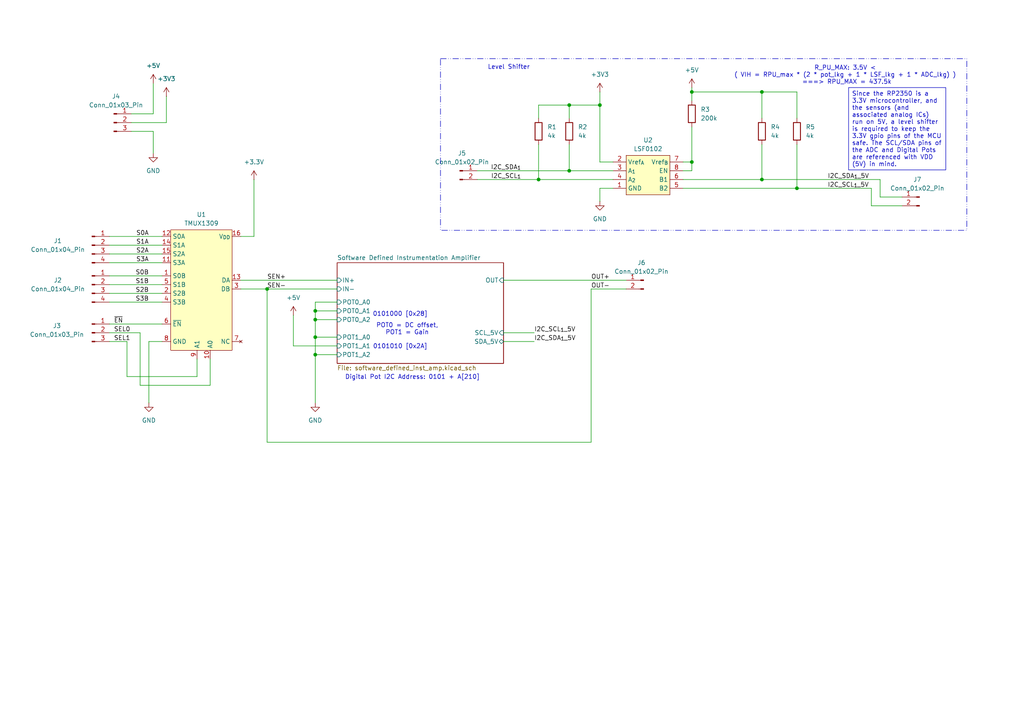
<source format=kicad_sch>
(kicad_sch (version 20250114) (generator "eeschema") (generator_version "9.0")
  (paper "A4")
  (lib_symbols
    (symbol "Connector:Conn_01x02_Pin" (pin_names (offset 1.016) (hide yes))
      (property "Reference" "J" (at 0 2.54 0))
      (property "Value" "Conn_01x02_Pin" (at 0 -5.08 0))
      (symbol "Conn_01x02_Pin_1_1"
        (rectangle (start 0.8636 0.127) (end 0 -0.127) (stroke (width 0.1524)) (fill (type outline)))
        (rectangle (start 0.8636 -2.413) (end 0 -2.667) (stroke (width 0.1524)) (fill (type outline)))
        (polyline (pts (xy 1.27 0) (xy 0.8636 0)) (stroke (width 0.1524)))
        (polyline (pts (xy 1.27 -2.54) (xy 0.8636 -2.54)) (stroke (width 0.1524)))
        (pin passive line (at 5.08 0 180) (length 3.81) (name "Pin_1") (number "1"))
        (pin passive line (at 5.08 -2.54 180) (length 3.81) (name "Pin_2") (number "2"))
      )
    )
    (symbol "Connector:Conn_01x03_Pin" (pin_names (offset 1.016) (hide yes))
      (property "Reference" "J" (at 0 5.08 0))
      (property "Value" "Conn_01x03_Pin" (at 0 -5.08 0))
      (symbol "Conn_01x03_Pin_1_1"
        (rectangle (start 0.8636 2.667) (end 0 2.413) (stroke (width 0.1524)) (fill (type outline)))
        (rectangle (start 0.8636 0.127) (end 0 -0.127) (stroke (width 0.1524)) (fill (type outline)))
        (rectangle (start 0.8636 -2.413) (end 0 -2.667) (stroke (width 0.1524)) (fill (type outline)))
        (polyline (pts (xy 1.27 2.54) (xy 0.8636 2.54)) (stroke (width 0.1524)))
        (polyline (pts (xy 1.27 0) (xy 0.8636 0)) (stroke (width 0.1524)))
        (polyline (pts (xy 1.27 -2.54) (xy 0.8636 -2.54)) (stroke (width 0.1524)))
        (pin passive line (at 5.08 2.54 180) (length 3.81) (name "Pin_1") (number "1"))
        (pin passive line (at 5.08 0 180) (length 3.81) (name "Pin_2") (number "2"))
        (pin passive line (at 5.08 -2.54 180) (length 3.81) (name "Pin_3") (number "3"))
      )
    )
    (symbol "Connector:Conn_01x04_Pin" (pin_names (offset 1.016) (hide yes))
      (property "Reference" "J" (at 0 5.08 0))
      (property "Value" "Conn_01x04_Pin" (at 0 -7.62 0))
      (symbol "Conn_01x04_Pin_1_1"
        (rectangle (start 0.8636 2.667) (end 0 2.413) (stroke (width 0.1524)) (fill (type outline)))
        (rectangle (start 0.8636 0.127) (end 0 -0.127) (stroke (width 0.1524)) (fill (type outline)))
        (rectangle (start 0.8636 -2.413) (end 0 -2.667) (stroke (width 0.1524)) (fill (type outline)))
        (rectangle (start 0.8636 -4.953) (end 0 -5.207) (stroke (width 0.1524)) (fill (type outline)))
        (polyline (pts (xy 1.27 2.54) (xy 0.8636 2.54)) (stroke (width 0.1524)))
        (polyline (pts (xy 1.27 0) (xy 0.8636 0)) (stroke (width 0.1524)))
        (polyline (pts (xy 1.27 -2.54) (xy 0.8636 -2.54)) (stroke (width 0.1524)))
        (polyline (pts (xy 1.27 -5.08) (xy 0.8636 -5.08)) (stroke (width 0.1524)))
        (pin passive line (at 5.08 2.54 180) (length 3.81) (name "Pin_1") (number "1"))
        (pin passive line (at 5.08 0 180) (length 3.81) (name "Pin_2") (number "2"))
        (pin passive line (at 5.08 -2.54 180) (length 3.81) (name "Pin_3") (number "3"))
        (pin passive line (at 5.08 -5.08 180) (length 3.81) (name "Pin_4") (number "4"))
      )
    )
    (symbol "Device:R" (pin_numbers (hide yes)) (pin_names (offset 0))
      (property "Reference" "R" (at 2.032 0 90))
      (property "Value" "R" (at 0 0 90))
      (symbol "R_0_1"
        (rectangle (start -1.016 -2.54) (end 1.016 2.54) (stroke (width 0.254)))
      )
      (symbol "R_1_1"
        (pin passive line (at 0 3.81 270) (length 1.27) (name "~") (number "1"))
        (pin passive line (at 0 -3.81 90) (length 1.27) (name "~") (number "2"))
      )
    )
    (symbol "LoRaWaterQualityManagementSystem:LSF01012"
      (property "Reference" "U" (at 0 8.89 0))
      (property "Value" "LSF0102" (at 0 6.858 0))
      (symbol "LSF01012_1_1"
        (rectangle (start -6.35 5.715) (end 6.35 -5.715) (fill (type background)))
        (pin input line (at -10.16 3.81 0) (length 3.81) (name "Vref_{A}") (number "2"))
        (pin bidirectional line (at -10.16 1.27 0) (length 3.81) (name "A_{1}") (number "3"))
        (pin bidirectional line (at -10.16 -1.27 0) (length 3.81) (name "A_{2}") (number "4"))
        (pin power_in line (at -10.16 -3.81 0) (length 3.81) (name "GND") (number "1"))
        (pin input line (at 10.16 3.81 180) (length 3.81) (name "Vref_{B}") (number "7"))
        (pin input line (at 10.16 1.27 180) (length 3.81) (name "EN") (number "8"))
        (pin bidirectional line (at 10.16 -1.27 180) (length 3.81) (name "B1") (number "6"))
        (pin bidirectional line (at 10.16 -3.81 180) (length 3.81) (name "B2") (number "5"))
      )
    )
    (symbol "LoRaWaterQualityManagementSystem:TMUX1309"
      (property "Reference" "U" (at -0.254 13.716 0))
      (property "Value" "TMUX1309" (at 0 11.43 0))
      (symbol "TMUX1309_1_1"
        (rectangle (start -8.89 9.525) (end 8.89 -25.4) (fill (type background)))
        (pin bidirectional line (at -11.43 7.62 0) (length 2.54) (name "S0A") (number "12"))
        (pin bidirectional line (at -11.43 5.08 0) (length 2.54) (name "S1A") (number "14"))
        (pin bidirectional line (at -11.43 2.54 0) (length 2.54) (name "S2A") (number "15"))
        (pin bidirectional line (at -11.43 0 0) (length 2.54) (name "S3A") (number "11"))
        (pin bidirectional line (at -11.43 -3.81 0) (length 2.54) (name "S0B") (number "1"))
        (pin bidirectional line (at -11.43 -6.35 0) (length 2.54) (name "S1B") (number "5"))
        (pin bidirectional line (at -11.43 -8.89 0) (length 2.54) (name "S2B") (number "2"))
        (pin bidirectional line (at -11.43 -11.43 0) (length 2.54) (name "S3B") (number "4"))
        (pin input line (at -11.43 -17.78 0) (length 2.54) (name "~{EN}") (number "6"))
        (pin power_in line (at -11.43 -22.86 0) (length 2.54) (name "GND") (number "8"))
        (pin input line (at -1.27 -27.94 90) (length 2.54) (name "A1") (number "9"))
        (pin input line (at 2.54 -27.94 90) (length 2.54) (name "A0") (number "10"))
        (pin power_in line (at 11.43 7.62 180) (length 2.54) (name "V_{DD}") (number "16"))
        (pin bidirectional line (at 11.43 -5.08 180) (length 2.54) (name "DA") (number "13"))
        (pin bidirectional line (at 11.43 -7.62 180) (length 2.54) (name "DB") (number "3"))
        (pin no_connect line (at 11.43 -22.86 180) (length 2.54) (name "NC") (number "7"))
      )
    )
    (symbol "power:+3.3V" (power) (pin_numbers (hide yes)) (pin_names (offset 0) (hide yes))
      (property "Value" "+3.3V" (at 0 3.556 0))
      (symbol "+3.3V_0_1"
        (polyline (pts (xy -0.762 1.27) (xy 0 2.54)))
        (polyline (pts (xy 0 2.54) (xy 0.762 1.27)))
        (polyline (pts (xy 0 0) (xy 0 2.54)))
      )
      (symbol "+3.3V_1_1"
        (pin power_in line (at 0 0 90) (length 0) (name "~") (number "1"))
      )
    )
    (symbol "power:+3V3" (power) (pin_numbers (hide yes)) (pin_names (offset 0) (hide yes))
      (property "Value" "+3V3" (at 0 3.556 0))
      (symbol "+3V3_0_1"
        (polyline (pts (xy -0.762 1.27) (xy 0 2.54)))
        (polyline (pts (xy 0 2.54) (xy 0.762 1.27)))
        (polyline (pts (xy 0 0) (xy 0 2.54)))
      )
      (symbol "+3V3_1_1"
        (pin power_in line (at 0 0 90) (length 0) (name "~") (number "1"))
      )
    )
    (symbol "power:+5V" (power) (pin_numbers (hide yes)) (pin_names (offset 0) (hide yes))
      (property "Value" "+5V" (at 0 3.556 0))
      (symbol "+5V_0_1"
        (polyline (pts (xy -0.762 1.27) (xy 0 2.54)))
        (polyline (pts (xy 0 2.54) (xy 0.762 1.27)))
        (polyline (pts (xy 0 0) (xy 0 2.54)))
      )
      (symbol "+5V_1_1"
        (pin power_in line (at 0 0 90) (length 0) (name "~") (number "1"))
      )
    )
    (symbol "power:GND" (power) (pin_numbers (hide yes)) (pin_names (offset 0) (hide yes))
      (property "Value" "GND" (at 0 -3.81 0))
      (symbol "GND_0_1"
        (polyline (pts (xy 0 0) (xy 0 -1.27) (xy 1.27 -1.27) (xy 0 -2.54) (xy -1.27 -1.27) (xy 0 -1.27)))
      )
      (symbol "GND_1_1"
        (pin power_in line (at 0 0 270) (length 0) (name "~") (number "1"))
      )
    )
  )
  (rectangle (start 127.762 17.018) (end 280.416 66.802) (stroke (width 0) (type dash_dot_dot)))
  (text "0101000 [0x28]" (at 116.078 91.186 0) (effects (font (size 1.27 1.27))))
  (text "Digital Pot I2C Address: 0101 + A[210]" (at 119.634 109.474 0) (effects (font (size 1.27 1.27))))
  (text "R_PU_MAX: 3.5V < \n( VIH = RPU_max * (2 * pot_lkg + 1 * LSF_lkg + 1 * ADC_lkg) ) \n===> RPU_MAX = 437.5k" (at 245.618 21.844 0) (effects (font (size 1.27 1.27))))
  (text "Level Shifter" (at 147.574 19.558 0) (effects (font (size 1.27 1.27))))
  (text "0101010 [0x2A]" (at 116.078 100.584 0) (effects (font (size 1.27 1.27))))
  (text "POT0 = DC offset,\nPOT1 = Gain" (at 118.11 95.504 0) (effects (font (size 1.27 1.27))))
  (text_box "Since the RP2350 is a 3.3V microcontroller, and the sensors (and associated analog ICs) run on 5V, a level shifter is required to keep the 3.3V gpio pins of the MCU safe. The SCL/SDA pins of the ADC and Digital Pots are referenced with VDD (5V) in mind." (at 246.126 25.4 0) (size 28.194 23.876) (margins 0.9525 0.9525 0.9525 0.9525) (effects (font (size 1.27 1.27)) (justify left top)))
  (junction (at 77.47 83.82))
  (junction (at 200.66 26.67))
  (junction (at 165.1 30.48))
  (junction (at 91.44 90.17))
  (junction (at 156.21 52.07))
  (junction (at 91.44 92.71))
  (junction (at 165.1 49.53))
  (junction (at 220.98 26.67))
  (junction (at 200.66 46.99))
  (junction (at 91.44 97.79))
  (junction (at 173.99 30.48))
  (junction (at 220.98 52.07))
  (junction (at 91.44 102.87))
  (junction (at 231.14 54.61))
  (wire (pts (xy 43.18 99.06) (xy 43.18 116.84)))
  (wire (pts (xy 31.75 82.55) (xy 46.99 82.55)))
  (wire (pts (xy 31.75 93.98) (xy 46.99 93.98)))
  (wire (pts (xy 77.47 83.82) (xy 97.79 83.82)))
  (wire (pts (xy 138.43 52.07) (xy 156.21 52.07)))
  (wire (pts (xy 200.66 49.53) (xy 198.12 49.53)))
  (wire (pts (xy 31.75 73.66) (xy 46.99 73.66)))
  (wire (pts (xy 40.64 111.76) (xy 40.64 96.52)))
  (wire (pts (xy 31.75 85.09) (xy 46.99 85.09)))
  (wire (pts (xy 198.12 46.99) (xy 200.66 46.99)))
  (wire (pts (xy 173.99 54.61) (xy 173.99 58.42)))
  (wire (pts (xy 97.79 100.33) (xy 85.09 100.33)))
  (wire (pts (xy 255.27 57.15) (xy 255.27 52.07)))
  (wire (pts (xy 91.44 87.63) (xy 91.44 90.17)))
  (wire (pts (xy 44.45 38.1) (xy 44.45 44.45)))
  (wire (pts (xy 252.73 59.69) (xy 252.73 54.61)))
  (wire (pts (xy 165.1 49.53) (xy 177.8 49.53)))
  (wire (pts (xy 146.05 81.28) (xy 181.61 81.28)))
  (wire (pts (xy 220.98 41.91) (xy 220.98 52.07)))
  (wire (pts (xy 156.21 30.48) (xy 165.1 30.48)))
  (wire (pts (xy 173.99 54.61) (xy 177.8 54.61)))
  (wire (pts (xy 173.99 30.48) (xy 173.99 46.99)))
  (wire (pts (xy 46.99 99.06) (xy 43.18 99.06)))
  (wire (pts (xy 261.62 59.69) (xy 252.73 59.69)))
  (wire (pts (xy 231.14 26.67) (xy 220.98 26.67)))
  (wire (pts (xy 198.12 52.07) (xy 220.98 52.07)))
  (wire (pts (xy 220.98 34.29) (xy 220.98 26.67)))
  (wire (pts (xy 261.62 57.15) (xy 255.27 57.15)))
  (wire (pts (xy 31.75 68.58) (xy 46.99 68.58)))
  (wire (pts (xy 48.26 27.94) (xy 48.26 35.56)))
  (wire (pts (xy 91.44 90.17) (xy 91.44 92.71)))
  (wire (pts (xy 38.1 35.56) (xy 48.26 35.56)))
  (wire (pts (xy 200.66 36.83) (xy 200.66 46.99)))
  (wire (pts (xy 171.45 83.82) (xy 171.45 128.27)))
  (wire (pts (xy 156.21 52.07) (xy 177.8 52.07)))
  (wire (pts (xy 97.79 87.63) (xy 91.44 87.63)))
  (wire (pts (xy 57.15 109.22) (xy 36.83 109.22)))
  (wire (pts (xy 154.94 96.52) (xy 146.05 96.52)))
  (wire (pts (xy 198.12 54.61) (xy 231.14 54.61)))
  (wire (pts (xy 91.44 102.87) (xy 91.44 116.84)))
  (wire (pts (xy 177.8 46.99) (xy 173.99 46.99)))
  (wire (pts (xy 91.44 97.79) (xy 97.79 97.79)))
  (wire (pts (xy 31.75 80.01) (xy 46.99 80.01)))
  (wire (pts (xy 171.45 128.27) (xy 77.47 128.27)))
  (wire (pts (xy 73.66 52.07) (xy 73.66 68.58)))
  (wire (pts (xy 91.44 97.79) (xy 91.44 102.87)))
  (wire (pts (xy 31.75 99.06) (xy 36.83 99.06)))
  (wire (pts (xy 69.85 81.28) (xy 97.79 81.28)))
  (wire (pts (xy 60.96 104.14) (xy 60.96 111.76)))
  (wire (pts (xy 77.47 128.27) (xy 77.47 83.82)))
  (wire (pts (xy 40.64 96.52) (xy 31.75 96.52)))
  (wire (pts (xy 156.21 34.29) (xy 156.21 30.48)))
  (wire (pts (xy 69.85 83.82) (xy 77.47 83.82)))
  (wire (pts (xy 156.21 41.91) (xy 156.21 52.07)))
  (wire (pts (xy 69.85 68.58) (xy 73.66 68.58)))
  (wire (pts (xy 31.75 76.2) (xy 46.99 76.2)))
  (wire (pts (xy 165.1 41.91) (xy 165.1 49.53)))
  (wire (pts (xy 36.83 109.22) (xy 36.83 99.06)))
  (wire (pts (xy 173.99 26.67) (xy 173.99 30.48)))
  (wire (pts (xy 31.75 87.63) (xy 46.99 87.63)))
  (wire (pts (xy 220.98 52.07) (xy 255.27 52.07)))
  (wire (pts (xy 231.14 34.29) (xy 231.14 26.67)))
  (wire (pts (xy 44.45 24.13) (xy 44.45 33.02)))
  (wire (pts (xy 91.44 102.87) (xy 97.79 102.87)))
  (wire (pts (xy 138.43 49.53) (xy 165.1 49.53)))
  (wire (pts (xy 154.94 99.06) (xy 146.05 99.06)))
  (wire (pts (xy 165.1 30.48) (xy 173.99 30.48)))
  (wire (pts (xy 57.15 104.14) (xy 57.15 109.22)))
  (wire (pts (xy 60.96 111.76) (xy 40.64 111.76)))
  (wire (pts (xy 181.61 83.82) (xy 171.45 83.82)))
  (wire (pts (xy 231.14 41.91) (xy 231.14 54.61)))
  (wire (pts (xy 91.44 92.71) (xy 91.44 97.79)))
  (wire (pts (xy 31.75 71.12) (xy 46.99 71.12)))
  (wire (pts (xy 38.1 38.1) (xy 44.45 38.1)))
  (wire (pts (xy 200.66 26.67) (xy 200.66 29.21)))
  (wire (pts (xy 231.14 54.61) (xy 252.73 54.61)))
  (wire (pts (xy 220.98 26.67) (xy 200.66 26.67)))
  (wire (pts (xy 165.1 30.48) (xy 165.1 34.29)))
  (wire (pts (xy 200.66 46.99) (xy 200.66 49.53)))
  (wire (pts (xy 38.1 33.02) (xy 44.45 33.02)))
  (wire (pts (xy 200.66 25.4) (xy 200.66 26.67)))
  (wire (pts (xy 91.44 90.17) (xy 97.79 90.17)))
  (wire (pts (xy 85.09 91.44) (xy 85.09 100.33)))
  (wire (pts (xy 91.44 92.71) (xy 97.79 92.71)))
  (label "OUT+" (at 171.45 81.28 0))
  (label "I2C_SCL_{1}_5V" (at 154.94 96.52 0))
  (label "I2C_SDA_{1}" (at 151.13 49.53 180))
  (label "S2A" (at 43.18 73.66 180))
  (label "SEN-" (at 77.47 83.82 0))
  (label "S1A" (at 43.18 71.12 180))
  (label "S0A" (at 43.18 68.58 180))
  (label "S3A" (at 43.18 76.2 180))
  (label "SEL0" (at 33.02 96.52 0))
  (label "S2B" (at 43.18 85.09 180))
  (label "I2C_SDA_{1}_5V" (at 154.94 99.06 0))
  (label "I2C_SDA_{1}_5V" (at 240.03 52.07 0))
  (label "OUT-" (at 171.45 83.82 0))
  (label "I2C_SCL_{1}" (at 151.13 52.07 180))
  (label "I2C_SCL_{1}_5V" (at 240.03 54.61 0))
  (label "S0B" (at 43.18 80.01 180))
  (label "SEN+" (at 77.47 81.28 0))
  (label "S3B" (at 43.18 87.63 180))
  (label "~{EN}" (at 33.02 93.98 0))
  (label "S1B" (at 43.18 82.55 180))
  (label "SEL1" (at 33.02 99.06 0))
  (symbol (lib_id "Connector:Conn_01x02_Pin") (at 133.35 49.53 0) (unit 1)
    (property "Reference" "J5" (at 133.985 44.45 0))
    (property "Value" "Conn_01x02_Pin" (at 133.985 46.99 0))
    (property "Footprint" "Connector_PinHeader_2.54mm:PinHeader_1x02_P2.54mm_Vertical" (effects (hide yes)))
    (property "Description" "Generic connector, single row, 01x02, script generated" (effects (hide yes)))
  )
  (symbol (lib_id "Device:R") (at 220.98 38.1 0) (unit 1)
    (property "Reference" "R4" (at 223.52 36.8299 0) (effects (justify left)))
    (property "Value" "4k" (at 223.52 39.3699 0) (effects (justify left)))
    (property "Footprint" "Resistor_SMD:R_0805_2012Metric_Pad1.20x1.40mm_HandSolder" (effects (hide yes)))
    (property "Description" "Resistor" (effects (hide yes)))
  )
  (symbol (lib_id "power:GND") (at 173.99 58.42 0) (unit 1)
    (property "Reference" "#PWR010" (effects (hide yes)))
    (property "Value" "GND" (at 173.99 63.5 0))
    (property "Description" "Power symbol creates a global label with name \"GND\" , ground" (effects (hide yes)))
  )
  (symbol (lib_id "Connector:Conn_01x04_Pin") (at 26.67 71.12 0) (unit 1)
    (property "Reference" "J1" (at 16.764 69.85 0))
    (property "Value" "Conn_01x04_Pin" (at 16.764 72.39 0))
    (property "Footprint" "Connector_PinHeader_2.54mm:PinHeader_1x04_P2.54mm_Vertical" (effects (hide yes)))
    (property "Description" "Generic connector, single row, 01x04, script generated" (effects (hide yes)))
  )
  (symbol (lib_id "power:+3.3V") (at 73.66 52.07 0) (unit 1)
    (property "Reference" "#PWR05" (effects (hide yes)))
    (property "Value" "+3.3V" (at 73.66 46.99 0))
    (property "Description" "Power symbol creates a global label with name \"+3.3V\"" (effects (hide yes)))
  )
  (symbol (lib_id "Connector:Conn_01x04_Pin") (at 26.67 82.55 0) (unit 1)
    (property "Reference" "J2" (at 16.764 81.28 0))
    (property "Value" "Conn_01x04_Pin" (at 16.764 83.82 0))
    (property "Footprint" "Connector_PinHeader_2.54mm:PinHeader_1x04_P2.54mm_Vertical" (effects (hide yes)))
    (property "Description" "Generic connector, single row, 01x04, script generated" (effects (hide yes)))
  )
  (symbol (lib_id "LoRaWaterQualityManagementSystem:TMUX1309") (at 58.42 76.2 0) (unit 1)
    (property "Reference" "U1" (at 58.42 62.23 0))
    (property "Value" "TMUX1309" (at 58.42 64.77 0))
    (property "Footprint" "SOPBreakout:(S)SOP16" (effects (hide yes)))
    (property "Datasheet" "kicad-embed://tmux1309.pdf" (effects (hide yes)))
    (property "Description" "TMUX 1309 4:1 2-channel, differential multiplexer" (effects (hide yes)))
  )
  (symbol (lib_id "Device:R") (at 165.1 38.1 0) (unit 1)
    (property "Reference" "R2" (at 167.64 36.8299 0) (effects (justify left)))
    (property "Value" "4k" (at 167.64 39.3699 0) (effects (justify left)))
    (property "Footprint" "Resistor_SMD:R_0805_2012Metric_Pad1.20x1.40mm_HandSolder" (effects (hide yes)))
    (property "Description" "Resistor" (effects (hide yes)))
  )
  (symbol (lib_id "power:+3V3") (at 173.99 26.67 0) (unit 1)
    (property "Reference" "#PWR09" (effects (hide yes)))
    (property "Value" "+3V3" (at 173.99 21.59 0))
    (property "Description" "Power symbol creates a global label with name \"+3V3\"" (effects (hide yes)))
  )
  (symbol (lib_id "Connector:Conn_01x03_Pin") (at 26.67 96.52 0) (unit 1)
    (property "Reference" "J3" (at 16.51 94.488 0))
    (property "Value" "Conn_01x03_Pin" (at 16.51 97.028 0))
    (property "Footprint" "Connector_PinHeader_2.54mm:PinHeader_1x03_P2.54mm_Vertical" (effects (hide yes)))
    (property "Description" "Generic connector, single row, 01x03, script generated" (effects (hide yes)))
  )
  (symbol (lib_id "Device:R") (at 156.21 38.1 0) (unit 1)
    (property "Reference" "R1" (at 158.75 36.8299 0) (effects (justify left)))
    (property "Value" "4k" (at 158.75 39.3699 0) (effects (justify left)))
    (property "Footprint" "Resistor_SMD:R_0805_2012Metric_Pad1.20x1.40mm_HandSolder" (effects (hide yes)))
    (property "Description" "Resistor" (effects (hide yes)))
  )
  (symbol (lib_id "power:+5V") (at 44.45 24.13 0) (unit 1)
    (property "Reference" "#PWR02" (effects (hide yes)))
    (property "Value" "+5V" (at 44.45 19.05 0))
    (property "Description" "Power symbol creates a global label with name \"+5V\"" (effects (hide yes)))
  )
  (symbol (lib_id "Connector:Conn_01x02_Pin") (at 186.69 81.28 0) (mirror y) (unit 1)
    (property "Reference" "J6" (at 186.055 76.2 0))
    (property "Value" "Conn_01x02_Pin" (at 186.055 78.74 0))
    (property "Footprint" "Connector_PinHeader_2.54mm:PinHeader_1x02_P2.54mm_Vertical" (effects (hide yes)))
    (property "Description" "Generic connector, single row, 01x02, script generated" (effects (hide yes)))
  )
  (symbol (lib_id "power:GND") (at 43.18 116.84 0) (unit 1)
    (property "Reference" "#PWR01" (effects (hide yes)))
    (property "Value" "GND" (at 43.18 121.92 0))
    (property "Description" "Power symbol creates a global label with name \"GND\" , ground" (effects (hide yes)))
  )
  (symbol (lib_id "power:GND") (at 44.45 44.45 0) (unit 1)
    (property "Reference" "#PWR03" (effects (hide yes)))
    (property "Value" "GND" (at 44.45 49.53 0))
    (property "Description" "Power symbol creates a global label with name \"GND\" , ground" (effects (hide yes)))
  )
  (symbol (lib_id "power:+3V3") (at 48.26 27.94 0) (unit 1)
    (property "Reference" "#PWR04" (effects (hide yes)))
    (property "Value" "+3V3" (at 48.26 22.86 0))
    (property "Description" "Power symbol creates a global label with name \"+3V3\"" (effects (hide yes)))
  )
  (symbol (lib_id "Device:R") (at 231.14 38.1 0) (unit 1)
    (property "Reference" "R5" (at 233.68 36.8299 0) (effects (justify left)))
    (property "Value" "4k" (at 233.68 39.3699 0) (effects (justify left)))
    (property "Footprint" "Resistor_SMD:R_0805_2012Metric_Pad1.20x1.40mm_HandSolder" (effects (hide yes)))
    (property "Description" "Resistor" (effects (hide yes)))
  )
  (symbol (lib_id "power:GND") (at 91.44 116.84 0) (unit 1)
    (property "Reference" "#PWR08" (effects (hide yes)))
    (property "Value" "GND" (at 91.44 121.92 0))
    (property "Description" "Power symbol creates a global label with name \"GND\" , ground" (effects (hide yes)))
  )
  (symbol (lib_id "Connector:Conn_01x03_Pin") (at 33.02 35.56 0) (unit 1)
    (property "Reference" "J4" (at 33.655 27.94 0))
    (property "Value" "Conn_01x03_Pin" (at 33.655 30.48 0))
    (property "Footprint" "Connector_PinHeader_2.54mm:PinHeader_1x03_P2.54mm_Vertical" (effects (hide yes)))
    (property "Description" "Generic connector, single row, 01x03, script generated" (effects (hide yes)))
  )
  (symbol (lib_id "Connector:Conn_01x02_Pin") (at 266.7 57.15 0) (mirror y) (unit 1)
    (property "Reference" "J7" (at 266.065 52.07 0))
    (property "Value" "Conn_01x02_Pin" (at 266.065 54.61 0))
    (property "Footprint" "Connector_PinHeader_2.54mm:PinHeader_1x02_P2.54mm_Vertical" (effects (hide yes)))
    (property "Description" "Generic connector, single row, 01x02, script generated" (effects (hide yes)))
  )
  (symbol (lib_id "power:+5V") (at 200.66 25.4 0) (unit 1)
    (property "Reference" "#PWR012" (effects (hide yes)))
    (property "Value" "+5V" (at 200.66 20.32 0))
    (property "Description" "Power symbol creates a global label with name \"+5V\"" (effects (hide yes)))
  )
  (symbol (lib_id "LoRaWaterQualityManagementSystem:LSF01012") (at 187.96 50.8 0) (unit 1)
    (property "Reference" "U2" (at 187.96 40.64 0))
    (property "Value" "LSF0102" (at 187.96 43.18 0))
    (property "Footprint" "SOPBreakout:(S)SOP8" (effects (hide yes)))
    (property "Datasheet" "kicad-embed://lsf0102.pdf" (effects (hide yes)))
    (property "Description" "LSF0102 2 Channel Auto-Bidirectional Multi-Voltage Level Translator for Open-Drain and Push-Pull Applications" (effects (hide yes)))
  )
  (symbol (lib_id "power:+5V") (at 85.09 91.44 0) (unit 1)
    (property "Reference" "#PWR06" (effects (hide yes)))
    (property "Value" "+5V" (at 85.09 86.36 0))
    (property "Description" "Power symbol creates a global label with name \"+5V\"" (effects (hide yes)))
  )
  (symbol (lib_id "Device:R") (at 200.66 33.02 0) (unit 1)
    (property "Reference" "R3" (at 203.2 31.7499 0) (effects (justify left)))
    (property "Value" "200k" (at 203.2 34.2899 0) (effects (justify left)))
    (property "Footprint" "Resistor_SMD:R_0805_2012Metric_Pad1.20x1.40mm_HandSolder" (effects (hide yes)))
    (property "Description" "Resistor" (effects (hide yes)))
  )
  (sheet (at 97.79 76.2) (size 48.26 29.21) (stroke (width 0.1524))
    (property "Sheetname" "Software Defined Instrumentation Amplifier" (at 97.79 75.4884 0) (effects (justify left bottom)))
    (property "Sheetfile" "software_defined_inst_amp.kicad_sch" (at 97.79 105.9946 0) (effects (justify left top)))
    (pin "IN+" input (at 97.79 81.28 180))
    (pin "IN-" input (at 97.79 83.82 180))
    (pin "OUT" input (at 146.05 81.28 0))
    (pin "POT0_A0" input (at 97.79 87.63 180))
    (pin "POT0_A1" input (at 97.79 90.17 180))
    (pin "POT0_A2" input (at 97.79 92.71 180))
    (pin "POT1_A0" input (at 97.79 97.79 180))
    (pin "POT1_A1" input (at 97.79 100.33 180))
    (pin "POT1_A2" input (at 97.79 102.87 180))
    (pin "SCL_5V" input (at 146.05 96.52 0))
    (pin "SDA_5V" bidirectional (at 146.05 99.06 0))
  )
)
</source>
